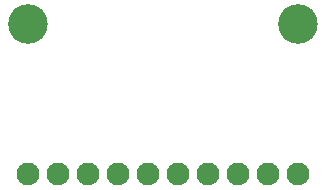
<source format=gbr>
G04 EAGLE Gerber RS-274X export*
G75*
%MOMM*%
%FSLAX34Y34*%
%LPD*%
%INSoldermask Bottom*%
%IPPOS*%
%AMOC8*
5,1,8,0,0,1.08239X$1,22.5*%
G01*
%ADD10C,1.930400*%
%ADD11C,3.352400*%


D10*
X254000Y17780D03*
X228600Y17780D03*
X203200Y17780D03*
X177800Y17780D03*
X152400Y17780D03*
X127000Y17780D03*
X101600Y17780D03*
X76200Y17780D03*
X50800Y17780D03*
X25400Y17780D03*
D11*
X254000Y144780D03*
X25400Y144780D03*
M02*

</source>
